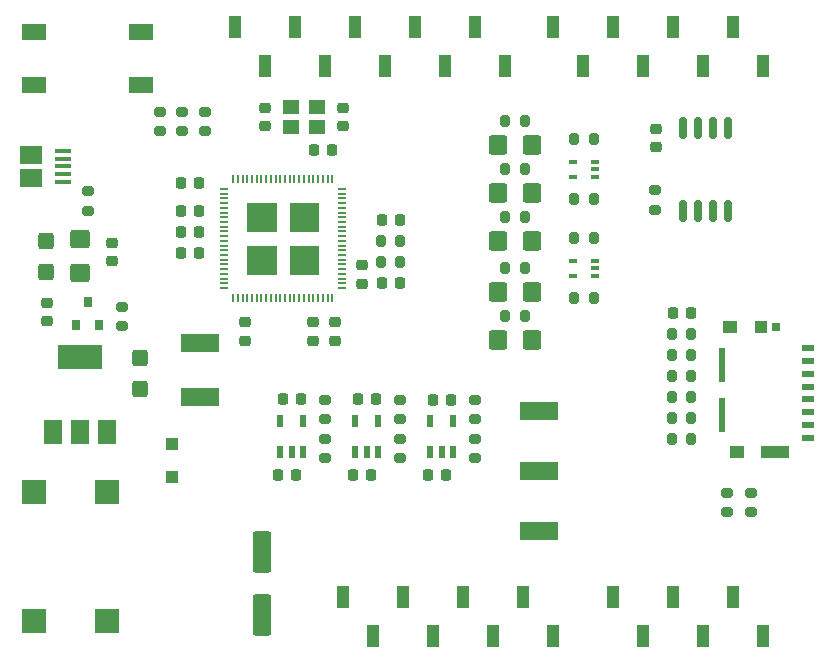
<source format=gbr>
%TF.GenerationSoftware,KiCad,Pcbnew,6.0.0*%
%TF.CreationDate,2022-01-02T09:26:30-06:00*%
%TF.ProjectId,boysenboard,626f7973-656e-4626-9f61-72642e6b6963,rev?*%
%TF.SameCoordinates,Original*%
%TF.FileFunction,Paste,Top*%
%TF.FilePolarity,Positive*%
%FSLAX46Y46*%
G04 Gerber Fmt 4.6, Leading zero omitted, Abs format (unit mm)*
G04 Created by KiCad (PCBNEW 6.0.0) date 2022-01-02 09:26:30*
%MOMM*%
%LPD*%
G01*
G04 APERTURE LIST*
G04 Aperture macros list*
%AMRoundRect*
0 Rectangle with rounded corners*
0 $1 Rounding radius*
0 $2 $3 $4 $5 $6 $7 $8 $9 X,Y pos of 4 corners*
0 Add a 4 corners polygon primitive as box body*
4,1,4,$2,$3,$4,$5,$6,$7,$8,$9,$2,$3,0*
0 Add four circle primitives for the rounded corners*
1,1,$1+$1,$2,$3*
1,1,$1+$1,$4,$5*
1,1,$1+$1,$6,$7*
1,1,$1+$1,$8,$9*
0 Add four rect primitives between the rounded corners*
20,1,$1+$1,$2,$3,$4,$5,0*
20,1,$1+$1,$4,$5,$6,$7,0*
20,1,$1+$1,$6,$7,$8,$9,0*
20,1,$1+$1,$8,$9,$2,$3,0*%
G04 Aperture macros list end*
%ADD10C,0.100000*%
%ADD11RoundRect,0.225000X-0.250000X0.225000X-0.250000X-0.225000X0.250000X-0.225000X0.250000X0.225000X0*%
%ADD12RoundRect,0.250000X0.425000X-0.450000X0.425000X0.450000X-0.425000X0.450000X-0.425000X-0.450000X0*%
%ADD13RoundRect,0.225000X0.250000X-0.225000X0.250000X0.225000X-0.250000X0.225000X-0.250000X-0.225000X0*%
%ADD14RoundRect,0.225000X-0.225000X-0.250000X0.225000X-0.250000X0.225000X0.250000X-0.225000X0.250000X0*%
%ADD15RoundRect,0.225000X0.225000X0.250000X-0.225000X0.250000X-0.225000X-0.250000X0.225000X-0.250000X0*%
%ADD16R,1.100000X1.100000*%
%ADD17RoundRect,0.250000X0.575000X-0.550000X0.575000X0.550000X-0.575000X0.550000X-0.575000X-0.550000X0*%
%ADD18R,1.000000X1.900000*%
%ADD19R,0.800000X0.900000*%
%ADD20RoundRect,0.200000X0.200000X0.275000X-0.200000X0.275000X-0.200000X-0.275000X0.200000X-0.275000X0*%
%ADD21RoundRect,0.200000X-0.275000X0.200000X-0.275000X-0.200000X0.275000X-0.200000X0.275000X0.200000X0*%
%ADD22RoundRect,0.200000X0.275000X-0.200000X0.275000X0.200000X-0.275000X0.200000X-0.275000X-0.200000X0*%
%ADD23RoundRect,0.200000X-0.200000X-0.275000X0.200000X-0.275000X0.200000X0.275000X-0.200000X0.275000X0*%
%ADD24R,2.100000X1.400000*%
%ADD25R,1.500000X2.000000*%
%ADD26R,3.800000X2.000000*%
%ADD27R,0.600000X1.050000*%
%ADD28R,1.400000X1.200000*%
%ADD29R,2.000000X2.000000*%
%ADD30R,1.350000X0.400000*%
%ADD31R,1.900000X1.500000*%
%ADD32RoundRect,0.250000X0.550000X0.575000X-0.550000X0.575000X-0.550000X-0.575000X0.550000X-0.575000X0*%
%ADD33R,0.650000X0.400000*%
%ADD34R,1.000000X0.500000*%
%ADD35R,0.780000X0.720000*%
%ADD36R,1.080000X1.050000*%
%ADD37R,1.200000X1.050000*%
%ADD38R,2.390000X1.050000*%
%ADD39R,0.550000X2.910000*%
%ADD40RoundRect,0.150000X0.150000X-0.800000X0.150000X0.800000X-0.150000X0.800000X-0.150000X-0.800000X0*%
%ADD41RoundRect,0.250000X-0.550000X1.500000X-0.550000X-1.500000X0.550000X-1.500000X0.550000X1.500000X0*%
%ADD42R,3.300000X1.600000*%
%ADD43RoundRect,0.250000X-0.425000X0.450000X-0.425000X-0.450000X0.425000X-0.450000X0.425000X0.450000X0*%
%ADD44R,0.250000X0.800000*%
%ADD45R,0.800000X0.250000*%
G04 APERTURE END LIST*
D10*
%TO.C,U1*%
X108760000Y-51356000D02*
X111160000Y-51356000D01*
X111160000Y-51356000D02*
X111160000Y-53756000D01*
X111160000Y-53756000D02*
X108760000Y-53756000D01*
X108760000Y-53756000D02*
X108760000Y-51356000D01*
G36*
X111160000Y-53756000D02*
G01*
X108760000Y-53756000D01*
X108760000Y-51356000D01*
X111160000Y-51356000D01*
X111160000Y-53756000D01*
G37*
X111160000Y-53756000D02*
X108760000Y-53756000D01*
X108760000Y-51356000D01*
X111160000Y-51356000D01*
X111160000Y-53756000D01*
X108760000Y-57356000D02*
X108760000Y-54956000D01*
X108760000Y-54956000D02*
X111160000Y-54956000D01*
X111160000Y-54956000D02*
X111160000Y-57356000D01*
X111160000Y-57356000D02*
X108760000Y-57356000D01*
G36*
X111160000Y-57356000D02*
G01*
X108760000Y-57356000D01*
X108760000Y-54956000D01*
X111160000Y-54956000D01*
X111160000Y-57356000D01*
G37*
X111160000Y-57356000D02*
X108760000Y-57356000D01*
X108760000Y-54956000D01*
X111160000Y-54956000D01*
X111160000Y-57356000D01*
X114760000Y-51356000D02*
X114760000Y-53756000D01*
X114760000Y-53756000D02*
X112360000Y-53756000D01*
X112360000Y-53756000D02*
X112360000Y-51356000D01*
X112360000Y-51356000D02*
X114760000Y-51356000D01*
G36*
X114760000Y-53756000D02*
G01*
X112360000Y-53756000D01*
X112360000Y-51356000D01*
X114760000Y-51356000D01*
X114760000Y-53756000D01*
G37*
X114760000Y-53756000D02*
X112360000Y-53756000D01*
X112360000Y-51356000D01*
X114760000Y-51356000D01*
X114760000Y-53756000D01*
X114760000Y-57356000D02*
X112360000Y-57356000D01*
X112360000Y-57356000D02*
X112360000Y-54956000D01*
X112360000Y-54956000D02*
X114760000Y-54956000D01*
X114760000Y-54956000D02*
X114760000Y-57356000D01*
G36*
X114760000Y-57356000D02*
G01*
X112360000Y-57356000D01*
X112360000Y-54956000D01*
X114760000Y-54956000D01*
X114760000Y-57356000D01*
G37*
X114760000Y-57356000D02*
X112360000Y-57356000D01*
X112360000Y-54956000D01*
X114760000Y-54956000D01*
X114760000Y-57356000D01*
%TD*%
D11*
%TO.C,C1*%
X97282000Y-54724000D03*
X97282000Y-56274000D03*
%TD*%
%TO.C,C2*%
X91821000Y-59804000D03*
X91821000Y-61354000D03*
%TD*%
D12*
%TO.C,C3*%
X91694000Y-57230000D03*
X91694000Y-54530000D03*
%TD*%
D11*
%TO.C,C4*%
X116840000Y-43294000D03*
X116840000Y-44844000D03*
%TD*%
D13*
%TO.C,C5*%
X110236000Y-44844000D03*
X110236000Y-43294000D03*
%TD*%
D14*
%TO.C,C8*%
X111366000Y-74422000D03*
X112916000Y-74422000D03*
%TD*%
%TO.C,C9*%
X111747000Y-67945000D03*
X113297000Y-67945000D03*
%TD*%
%TO.C,C10*%
X117716000Y-74422000D03*
X119266000Y-74422000D03*
%TD*%
%TO.C,C11*%
X118097000Y-67945000D03*
X119647000Y-67945000D03*
%TD*%
D15*
%TO.C,C13*%
X104661000Y-55626000D03*
X103111000Y-55626000D03*
%TD*%
D11*
%TO.C,C14*%
X108585000Y-61455000D03*
X108585000Y-63005000D03*
%TD*%
D15*
%TO.C,C15*%
X104661000Y-49657000D03*
X103111000Y-49657000D03*
%TD*%
D14*
%TO.C,C16*%
X124066000Y-74422000D03*
X125616000Y-74422000D03*
%TD*%
%TO.C,C17*%
X124447000Y-68072000D03*
X125997000Y-68072000D03*
%TD*%
%TO.C,C19*%
X120129000Y-58166000D03*
X121679000Y-58166000D03*
%TD*%
D11*
%TO.C,C20*%
X116205000Y-61455000D03*
X116205000Y-63005000D03*
%TD*%
D14*
%TO.C,C22*%
X120129000Y-52832000D03*
X121679000Y-52832000D03*
%TD*%
D15*
%TO.C,C23*%
X146317000Y-60706000D03*
X144767000Y-60706000D03*
%TD*%
D11*
%TO.C,C25*%
X114300000Y-61455000D03*
X114300000Y-63005000D03*
%TD*%
D15*
%TO.C,C26*%
X104661000Y-53848000D03*
X103111000Y-53848000D03*
%TD*%
D16*
%TO.C,D1*%
X102362000Y-71752000D03*
X102362000Y-74552000D03*
%TD*%
D17*
%TO.C,F1*%
X94615000Y-57277000D03*
X94615000Y-54427000D03*
%TD*%
D18*
%TO.C,J7*%
X139700000Y-84710000D03*
X142240000Y-88010000D03*
X144780000Y-84710000D03*
X147320000Y-88010000D03*
X149860000Y-84710000D03*
X152400000Y-88010000D03*
%TD*%
D19*
%TO.C,Q1*%
X94300000Y-61706000D03*
X96200000Y-61706000D03*
X95250000Y-59706000D03*
%TD*%
D20*
%TO.C,R1*%
X132270000Y-60960000D03*
X130620000Y-60960000D03*
%TD*%
%TO.C,R2*%
X132270000Y-52578000D03*
X130620000Y-52578000D03*
%TD*%
%TO.C,R3*%
X132270000Y-56896000D03*
X130620000Y-56896000D03*
%TD*%
%TO.C,R4*%
X132270000Y-44450000D03*
X130620000Y-44450000D03*
%TD*%
D21*
%TO.C,R6*%
X95250000Y-50356000D03*
X95250000Y-52006000D03*
%TD*%
D22*
%TO.C,R7*%
X98171000Y-61785000D03*
X98171000Y-60135000D03*
%TD*%
D20*
%TO.C,R8*%
X132270000Y-48514000D03*
X130620000Y-48514000D03*
%TD*%
D21*
%TO.C,R9*%
X115316000Y-68009000D03*
X115316000Y-69659000D03*
%TD*%
%TO.C,R11*%
X115316000Y-71311000D03*
X115316000Y-72961000D03*
%TD*%
%TO.C,R13*%
X121666000Y-71311000D03*
X121666000Y-72961000D03*
%TD*%
%TO.C,R15*%
X128016000Y-68009000D03*
X128016000Y-69659000D03*
%TD*%
D22*
%TO.C,R16*%
X128016000Y-72961000D03*
X128016000Y-71311000D03*
%TD*%
D20*
%TO.C,R17*%
X121729000Y-56388000D03*
X120079000Y-56388000D03*
%TD*%
D23*
%TO.C,R18*%
X120079000Y-54610000D03*
X121729000Y-54610000D03*
%TD*%
D20*
%TO.C,R19*%
X146367000Y-71374000D03*
X144717000Y-71374000D03*
%TD*%
%TO.C,R20*%
X146367000Y-69596000D03*
X144717000Y-69596000D03*
%TD*%
%TO.C,R21*%
X146367000Y-67818000D03*
X144717000Y-67818000D03*
%TD*%
%TO.C,R22*%
X146367000Y-66040000D03*
X144717000Y-66040000D03*
%TD*%
%TO.C,R23*%
X146367000Y-64262000D03*
X144717000Y-64262000D03*
%TD*%
%TO.C,R24*%
X146367000Y-62484000D03*
X144717000Y-62484000D03*
%TD*%
D24*
%TO.C,SW1*%
X90700000Y-41366000D03*
X99800000Y-41366000D03*
X90700000Y-36866000D03*
X99800000Y-36866000D03*
%TD*%
D25*
%TO.C,U2*%
X92315000Y-70714000D03*
X94615000Y-70714000D03*
D26*
X94615000Y-64414000D03*
D25*
X96915000Y-70714000D03*
%TD*%
D27*
%TO.C,U3*%
X111572000Y-72470000D03*
X112522000Y-72470000D03*
X113472000Y-72470000D03*
X113472000Y-69770000D03*
X111572000Y-69770000D03*
%TD*%
%TO.C,U4*%
X117922000Y-72470000D03*
X118872000Y-72470000D03*
X119822000Y-72470000D03*
X119822000Y-69770000D03*
X117922000Y-69770000D03*
%TD*%
%TO.C,U5*%
X124272000Y-72470000D03*
X125222000Y-72470000D03*
X126172000Y-72470000D03*
X126172000Y-69770000D03*
X124272000Y-69770000D03*
%TD*%
D28*
%TO.C,Y1*%
X112438000Y-44919000D03*
X114638000Y-44919000D03*
X114638000Y-43219000D03*
X112438000Y-43219000D03*
%TD*%
D29*
%TO.C,J2*%
X96878000Y-75780000D03*
X90678000Y-75780000D03*
X90678000Y-86780000D03*
X96878000Y-86780000D03*
%TD*%
D30*
%TO.C,J1*%
X93156500Y-46960000D03*
X93156500Y-47610000D03*
X93156500Y-48260000D03*
X93156500Y-48910000D03*
X93156500Y-49560000D03*
D31*
X90456500Y-47260000D03*
X90456500Y-49260000D03*
%TD*%
D32*
%TO.C,D3*%
X132870000Y-54610000D03*
X130020000Y-54610000D03*
%TD*%
%TO.C,D4*%
X132870000Y-58928000D03*
X130020000Y-58928000D03*
%TD*%
%TO.C,D5*%
X132870000Y-46482000D03*
X130020000Y-46482000D03*
%TD*%
D20*
%TO.C,R10*%
X138112000Y-54356000D03*
X136462000Y-54356000D03*
%TD*%
%TO.C,R25*%
X138112000Y-59436000D03*
X136462000Y-59436000D03*
%TD*%
%TO.C,R26*%
X138112000Y-45974000D03*
X136462000Y-45974000D03*
%TD*%
%TO.C,R27*%
X138112000Y-51054000D03*
X136462000Y-51054000D03*
%TD*%
D33*
%TO.C,U7*%
X138237000Y-49164000D03*
X138237000Y-48514000D03*
X138237000Y-47864000D03*
X136337000Y-47864000D03*
X136337000Y-49164000D03*
%TD*%
%TO.C,U8*%
X138237000Y-57546000D03*
X138237000Y-56896000D03*
X138237000Y-56246000D03*
X136337000Y-56246000D03*
X136337000Y-57546000D03*
%TD*%
D34*
%TO.C,J5*%
X156210000Y-63587000D03*
X156210000Y-64687000D03*
X156210000Y-65787000D03*
X156210000Y-66887000D03*
X156210000Y-67987000D03*
X156210000Y-69087000D03*
X156210000Y-70187000D03*
X156210000Y-71287000D03*
D35*
X153530000Y-61827000D03*
D36*
X152260000Y-61827000D03*
D37*
X149650000Y-61827000D03*
D38*
X153405000Y-72462000D03*
D37*
X150220000Y-72462000D03*
D39*
X148975000Y-69282000D03*
X148975000Y-65092000D03*
%TD*%
D40*
%TO.C,U6*%
X145669000Y-52014000D03*
X146939000Y-52014000D03*
X148209000Y-52014000D03*
X149479000Y-52014000D03*
X149479000Y-45014000D03*
X148209000Y-45014000D03*
X146939000Y-45014000D03*
X145669000Y-45014000D03*
%TD*%
D18*
%TO.C,J3*%
X107696000Y-36450000D03*
X110236000Y-39750000D03*
X112776000Y-36450000D03*
X115316000Y-39750000D03*
X117856000Y-36450000D03*
X120396000Y-39750000D03*
X122936000Y-36450000D03*
X125476000Y-39750000D03*
X128016000Y-36450000D03*
X130556000Y-39750000D03*
%TD*%
D11*
%TO.C,C18*%
X143383000Y-45072000D03*
X143383000Y-46622000D03*
%TD*%
D21*
%TO.C,R14*%
X143256000Y-50291992D03*
X143256000Y-51941992D03*
%TD*%
D18*
%TO.C,J6*%
X134620000Y-36450000D03*
X137160000Y-39750000D03*
X139700000Y-36450000D03*
X142240000Y-39750000D03*
X144780000Y-36450000D03*
X147320000Y-39750000D03*
X149860000Y-36450000D03*
X152400000Y-39750000D03*
%TD*%
D41*
%TO.C,C6*%
X109982000Y-80866000D03*
X109982000Y-86266000D03*
%TD*%
D11*
%TO.C,C12*%
X118491000Y-56629000D03*
X118491000Y-58179000D03*
%TD*%
D22*
%TO.C,R5*%
X101346000Y-45275000D03*
X101346000Y-43625000D03*
%TD*%
D42*
%TO.C,TP1*%
X104775000Y-63246000D03*
%TD*%
%TO.C,TP2*%
X104775000Y-67818000D03*
%TD*%
%TO.C,TP3*%
X133477000Y-79121000D03*
%TD*%
%TO.C,TP4*%
X133477000Y-74041000D03*
%TD*%
%TO.C,TP5*%
X133477000Y-68961000D03*
%TD*%
D18*
%TO.C,J4*%
X116840000Y-84710000D03*
X119380000Y-88010000D03*
X121920000Y-84710000D03*
X124460000Y-88010000D03*
X127000000Y-84710000D03*
X129540000Y-88010000D03*
X132080000Y-84710000D03*
X134620000Y-88010000D03*
%TD*%
D15*
%TO.C,C21*%
X104661000Y-52070000D03*
X103111000Y-52070000D03*
%TD*%
D14*
%TO.C,C24*%
X114414000Y-46863000D03*
X115964000Y-46863000D03*
%TD*%
D32*
%TO.C,D6*%
X132870000Y-50546000D03*
X130020000Y-50546000D03*
%TD*%
D21*
%TO.C,R12*%
X121666000Y-68009000D03*
X121666000Y-69659000D03*
%TD*%
D43*
%TO.C,C7*%
X99695000Y-64436000D03*
X99695000Y-67136000D03*
%TD*%
D32*
%TO.C,D2*%
X132870000Y-62992000D03*
X130020000Y-62992000D03*
%TD*%
D44*
%TO.C,U1*%
X107560000Y-59356000D03*
X107960000Y-59356000D03*
X108360000Y-59356000D03*
X108760000Y-59356000D03*
X109160000Y-59356000D03*
X109560000Y-59356000D03*
X109960000Y-59356000D03*
X110360000Y-59356000D03*
X110760000Y-59356000D03*
X111160000Y-59356000D03*
X111560000Y-59356000D03*
X111960000Y-59356000D03*
X112360000Y-59356000D03*
X112760000Y-59356000D03*
X113160000Y-59356000D03*
X113560000Y-59356000D03*
X113960000Y-59356000D03*
X114360000Y-59356000D03*
X114760000Y-59356000D03*
X115160000Y-59356000D03*
X115560000Y-59356000D03*
X115960000Y-59356000D03*
D45*
X116760000Y-58556000D03*
X116760000Y-58156000D03*
X116760000Y-57756000D03*
X116760000Y-57356000D03*
X116760000Y-56956000D03*
X116760000Y-56556000D03*
X116760000Y-56156000D03*
X116760000Y-55756000D03*
X116760000Y-55356000D03*
X116760000Y-54956000D03*
X116760000Y-54556000D03*
X116760000Y-54156000D03*
X116760000Y-53756000D03*
X116760000Y-53356000D03*
X116760000Y-52956000D03*
X116760000Y-52556000D03*
X116760000Y-52156000D03*
X116760000Y-51756000D03*
X116760000Y-51356000D03*
X116760000Y-50956000D03*
X116760000Y-50556000D03*
X116760000Y-50156000D03*
D44*
X115960000Y-49356000D03*
X115560000Y-49356000D03*
X115160000Y-49356000D03*
X114760000Y-49356000D03*
X114360000Y-49356000D03*
X113960000Y-49356000D03*
X113560000Y-49356000D03*
X113160000Y-49356000D03*
X112760000Y-49356000D03*
X112360000Y-49356000D03*
X111960000Y-49356000D03*
X111560000Y-49356000D03*
X111160000Y-49356000D03*
X110760000Y-49356000D03*
X110360000Y-49356000D03*
X109960000Y-49356000D03*
X109560000Y-49356000D03*
X109160000Y-49356000D03*
X108760000Y-49356000D03*
X108360000Y-49356000D03*
X107960000Y-49356000D03*
X107560000Y-49356000D03*
D45*
X106760000Y-50156000D03*
X106760000Y-50556000D03*
X106760000Y-50956000D03*
X106760000Y-51356000D03*
X106760000Y-51756000D03*
X106760000Y-52156000D03*
X106760000Y-52556000D03*
X106760000Y-52956000D03*
X106760000Y-53356000D03*
X106760000Y-53756000D03*
X106760000Y-54156000D03*
X106760000Y-54556000D03*
X106760000Y-54956000D03*
X106760000Y-55356000D03*
X106760000Y-55756000D03*
X106760000Y-56156000D03*
X106760000Y-56556000D03*
X106760000Y-56956000D03*
X106760000Y-57356000D03*
X106760000Y-57756000D03*
X106760000Y-58156000D03*
X106760000Y-58556000D03*
%TD*%
D21*
%TO.C,R28*%
X105156000Y-43625000D03*
X105156000Y-45275000D03*
%TD*%
%TO.C,R29*%
X103251000Y-43625000D03*
X103251000Y-45275000D03*
%TD*%
D22*
%TO.C,R30*%
X149352000Y-77533000D03*
X149352000Y-75883000D03*
%TD*%
%TO.C,R31*%
X151384000Y-77533000D03*
X151384000Y-75883000D03*
%TD*%
M02*

</source>
